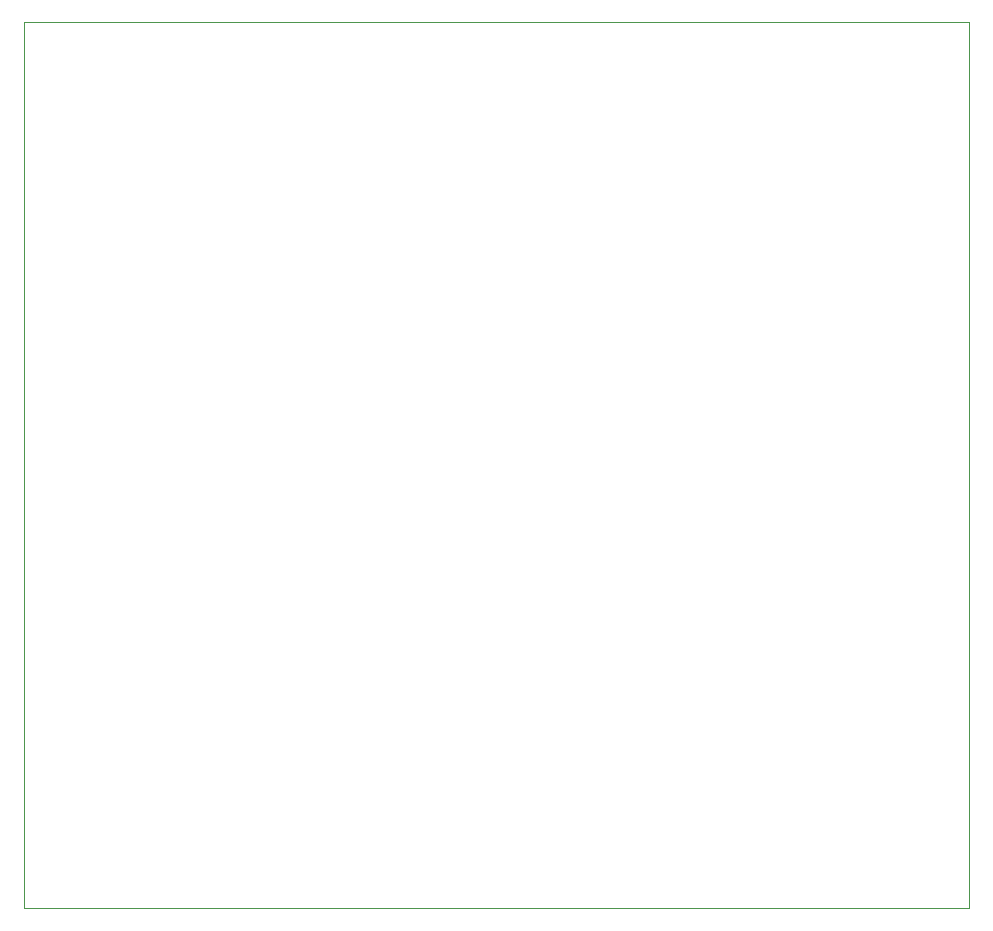
<source format=gbr>
%TF.GenerationSoftware,KiCad,Pcbnew,7.0.9*%
%TF.CreationDate,2024-01-09T15:56:44+02:00*%
%TF.ProjectId,PCB,5043422e-6b69-4636-9164-5f7063625858,rev?*%
%TF.SameCoordinates,Original*%
%TF.FileFunction,Profile,NP*%
%FSLAX46Y46*%
G04 Gerber Fmt 4.6, Leading zero omitted, Abs format (unit mm)*
G04 Created by KiCad (PCBNEW 7.0.9) date 2024-01-09 15:56:44*
%MOMM*%
%LPD*%
G01*
G04 APERTURE LIST*
%TA.AperFunction,Profile*%
%ADD10C,0.100000*%
%TD*%
G04 APERTURE END LIST*
D10*
X153580000Y-78480000D02*
X233580000Y-78480000D01*
X233580000Y-153480000D01*
X153580000Y-153480000D01*
X153580000Y-78480000D01*
M02*

</source>
